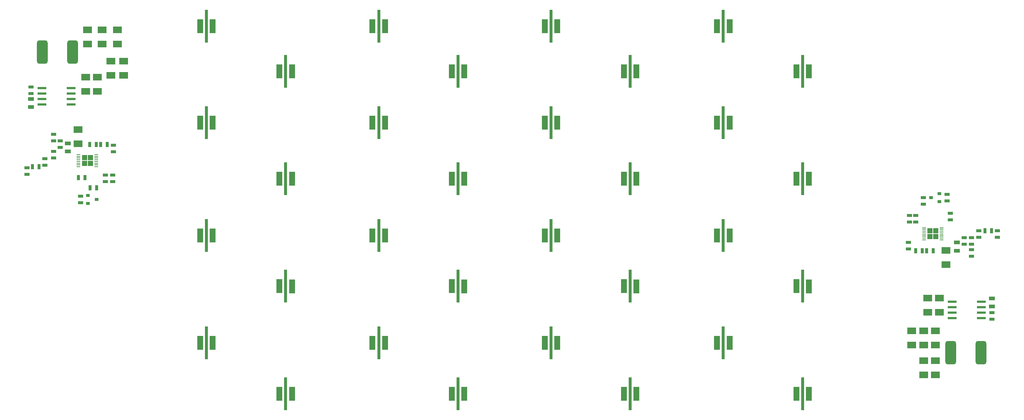
<source format=gbr>
%TF.GenerationSoftware,KiCad,Pcbnew,6.0.6-3a73a75311~116~ubuntu20.04.1*%
%TF.CreationDate,2022-07-12T22:33:22+02:00*%
%TF.ProjectId,LEDBoard_template,4c454442-6f61-4726-945f-74656d706c61,rev?*%
%TF.SameCoordinates,Original*%
%TF.FileFunction,Paste,Top*%
%TF.FilePolarity,Positive*%
%FSLAX46Y46*%
G04 Gerber Fmt 4.6, Leading zero omitted, Abs format (unit mm)*
G04 Created by KiCad (PCBNEW 6.0.6-3a73a75311~116~ubuntu20.04.1) date 2022-07-12 22:33:22*
%MOMM*%
%LPD*%
G01*
G04 APERTURE LIST*
G04 Aperture macros list*
%AMRoundRect*
0 Rectangle with rounded corners*
0 $1 Rounding radius*
0 $2 $3 $4 $5 $6 $7 $8 $9 X,Y pos of 4 corners*
0 Add a 4 corners polygon primitive as box body*
4,1,4,$2,$3,$4,$5,$6,$7,$8,$9,$2,$3,0*
0 Add four circle primitives for the rounded corners*
1,1,$1+$1,$2,$3*
1,1,$1+$1,$4,$5*
1,1,$1+$1,$6,$7*
1,1,$1+$1,$8,$9*
0 Add four rect primitives between the rounded corners*
20,1,$1+$1,$2,$3,$4,$5,0*
20,1,$1+$1,$4,$5,$6,$7,0*
20,1,$1+$1,$6,$7,$8,$9,0*
20,1,$1+$1,$8,$9,$2,$3,0*%
G04 Aperture macros list end*
%ADD10R,1.400000X3.300000*%
%ADD11R,0.700000X7.600000*%
%ADD12R,2.032000X1.524000*%
%ADD13R,1.143000X0.635000*%
%ADD14RoundRect,0.637500X0.637500X2.112500X-0.637500X2.112500X-0.637500X-2.112500X0.637500X-2.112500X0*%
%ADD15R,0.635000X1.143000*%
%ADD16R,0.900000X0.800000*%
%ADD17R,0.900000X0.200000*%
%ADD18R,1.150000X1.150000*%
%ADD19R,2.000000X0.600000*%
%ADD20R,1.397000X0.889000*%
%ADD21RoundRect,0.637500X-0.637500X-2.112500X0.637500X-2.112500X0.637500X2.112500X-0.637500X2.112500X0*%
G04 APERTURE END LIST*
D10*
%TO.C,D109*%
X278650000Y-168200000D03*
X275750000Y-168180000D03*
D11*
X277200000Y-168200000D03*
%TD*%
D12*
%TO.C,C207*%
X323700000Y-193651000D03*
X323700000Y-190349000D03*
%TD*%
D13*
%TO.C,R203*%
X340800000Y-167138000D03*
X340800000Y-168662000D03*
%TD*%
D14*
%TO.C,U202*%
X337025000Y-195500000D03*
X329975000Y-195500000D03*
%TD*%
D13*
%TO.C,R214*%
X323650000Y-159388000D03*
X323650000Y-160912000D03*
%TD*%
D15*
%TO.C,R204*%
X339462000Y-167100000D03*
X337938000Y-167100000D03*
%TD*%
D10*
%TO.C,D104*%
X158650000Y-119500000D03*
X155750000Y-119480000D03*
D11*
X157200000Y-119500000D03*
%TD*%
D13*
%TO.C,R213*%
X329150000Y-158638000D03*
X329150000Y-160162000D03*
%TD*%
D10*
%TO.C,D106*%
X238650000Y-141980000D03*
X235750000Y-141960000D03*
D11*
X237200000Y-141980000D03*
%TD*%
D15*
%TO.C,R208*%
X324400000Y-171800000D03*
X325924000Y-171800000D03*
%TD*%
D12*
%TO.C,C107*%
X138000000Y-127649000D03*
X138000000Y-130951000D03*
%TD*%
D10*
%TO.C,D114*%
X238650000Y-193200000D03*
X235750000Y-193180000D03*
D11*
X237200000Y-193200000D03*
%TD*%
D13*
%TO.C,R109*%
X133750000Y-154138000D03*
X133750000Y-155662000D03*
%TD*%
D12*
%TO.C,C206*%
X326400000Y-193651000D03*
X326400000Y-190349000D03*
%TD*%
D10*
%TO.C,D107*%
X198650000Y-141980000D03*
X195750000Y-141960000D03*
D11*
X197200000Y-141980000D03*
%TD*%
D10*
%TO.C,D208*%
X294150000Y-180000000D03*
X297050000Y-180020000D03*
D11*
X295600000Y-180000000D03*
%TD*%
D13*
%TO.C,R103*%
X115500000Y-152438000D03*
X115500000Y-153962000D03*
%TD*%
D16*
%TO.C,Q101*%
X129700000Y-158850000D03*
X129700000Y-160750000D03*
X131700000Y-159800000D03*
%TD*%
D17*
%TO.C,U103*%
X127500000Y-149400000D03*
X127500000Y-149800000D03*
X127500000Y-150200000D03*
X127500000Y-150600000D03*
X127500000Y-151000000D03*
X127500000Y-151400000D03*
X127500000Y-151800000D03*
X127500000Y-152200000D03*
X131600000Y-152200000D03*
X131600000Y-151800000D03*
X131600000Y-151400000D03*
X131600000Y-151000000D03*
X131600000Y-150600000D03*
X131600000Y-150200000D03*
X131600000Y-149800000D03*
X131600000Y-149400000D03*
D18*
X130225000Y-151475000D03*
X128875000Y-150125000D03*
X128875000Y-151475000D03*
X130225000Y-150125000D03*
%TD*%
D15*
%TO.C,R113*%
X131662000Y-157100000D03*
X130138000Y-157100000D03*
%TD*%
D10*
%TO.C,D203*%
X254150000Y-205000000D03*
X257050000Y-205020000D03*
D11*
X255600000Y-205000000D03*
%TD*%
D12*
%TO.C,C211*%
X328900000Y-171649000D03*
X328900000Y-174951000D03*
%TD*%
D10*
%TO.C,D205*%
X174150000Y-180000000D03*
X177050000Y-180020000D03*
D11*
X175600000Y-180000000D03*
%TD*%
D10*
%TO.C,D113*%
X278650000Y-193200000D03*
X275750000Y-193180000D03*
D11*
X277200000Y-193200000D03*
%TD*%
D19*
%TO.C,U201*%
X337070123Y-187400122D03*
X337070123Y-186130122D03*
X337070123Y-184860122D03*
X337070123Y-183590122D03*
X330320123Y-183590122D03*
X330320123Y-184860122D03*
X330320123Y-186130122D03*
X330320123Y-187400122D03*
%TD*%
D12*
%TO.C,C201*%
X327400000Y-186051000D03*
X327400000Y-182749000D03*
%TD*%
D10*
%TO.C,D210*%
X214150000Y-155000000D03*
X217050000Y-155020000D03*
D11*
X215600000Y-155000000D03*
%TD*%
D13*
%TO.C,C204*%
X339600000Y-187662000D03*
X339600000Y-186138000D03*
%TD*%
D10*
%TO.C,D111*%
X198650000Y-168200000D03*
X195750000Y-168180000D03*
D11*
X197200000Y-168200000D03*
%TD*%
D12*
%TO.C,C202*%
X324650000Y-186051000D03*
X324650000Y-182749000D03*
%TD*%
D10*
%TO.C,D212*%
X294150000Y-155000000D03*
X297050000Y-155020000D03*
D11*
X295600000Y-155000000D03*
%TD*%
D10*
%TO.C,D112*%
X158650000Y-168200000D03*
X155750000Y-168180000D03*
D11*
X157200000Y-168200000D03*
%TD*%
D12*
%TO.C,C121*%
X127350000Y-146851000D03*
X127350000Y-143549000D03*
%TD*%
D13*
%TO.C,R202*%
X334800000Y-170262000D03*
X334800000Y-168738000D03*
%TD*%
D10*
%TO.C,D206*%
X214150000Y-180000000D03*
X217050000Y-180020000D03*
D11*
X215600000Y-180000000D03*
%TD*%
D13*
%TO.C,R206*%
X333100000Y-168738000D03*
X333100000Y-170262000D03*
%TD*%
%TO.C,R106*%
X121700000Y-150162000D03*
X121700000Y-148638000D03*
%TD*%
D10*
%TO.C,D201*%
X174150000Y-205000000D03*
X177050000Y-205020000D03*
D11*
X175600000Y-205000000D03*
%TD*%
D12*
%TO.C,C110*%
X129600000Y-123651000D03*
X129600000Y-120349000D03*
%TD*%
D13*
%TO.C,R105*%
X119700000Y-150338000D03*
X119700000Y-151862000D03*
%TD*%
D10*
%TO.C,D102*%
X238650000Y-119500000D03*
X235750000Y-119480000D03*
D11*
X237200000Y-119500000D03*
%TD*%
D20*
%TO.C,C103*%
X116500000Y-136447500D03*
X116500000Y-138352500D03*
%TD*%
D16*
%TO.C,Q201*%
X327400000Y-160350000D03*
X327400000Y-158450000D03*
X325400000Y-159400000D03*
%TD*%
D10*
%TO.C,D103*%
X198650000Y-119500000D03*
X195750000Y-119480000D03*
D11*
X197200000Y-119500000D03*
%TD*%
D15*
%TO.C,R107*%
X127438000Y-154700000D03*
X128962000Y-154700000D03*
%TD*%
D10*
%TO.C,D209*%
X174150000Y-155000000D03*
X177050000Y-155020000D03*
D11*
X175600000Y-155000000D03*
%TD*%
D17*
%TO.C,U203*%
X327900000Y-169200000D03*
X327900000Y-168800000D03*
X327900000Y-168400000D03*
X327900000Y-168000000D03*
X327900000Y-167600000D03*
X327900000Y-167200000D03*
X327900000Y-166800000D03*
X327900000Y-166400000D03*
X323800000Y-166400000D03*
X323800000Y-166800000D03*
X323800000Y-167200000D03*
X323800000Y-167600000D03*
X323800000Y-168000000D03*
X323800000Y-168400000D03*
X323800000Y-168800000D03*
X323800000Y-169200000D03*
D18*
X326525000Y-167125000D03*
X326525000Y-168475000D03*
X325175000Y-168475000D03*
X325175000Y-167125000D03*
%TD*%
D13*
%TO.C,C104*%
X116500000Y-133638000D03*
X116500000Y-135162000D03*
%TD*%
D10*
%TO.C,D207*%
X254150000Y-180000000D03*
X257050000Y-180020000D03*
D11*
X255600000Y-180000000D03*
%TD*%
D10*
%TO.C,D115*%
X198650000Y-193200000D03*
X195750000Y-193180000D03*
D11*
X197200000Y-193200000D03*
%TD*%
D10*
%TO.C,D204*%
X294150000Y-205000000D03*
X297050000Y-205020000D03*
D11*
X295600000Y-205000000D03*
%TD*%
D13*
%TO.C,R114*%
X135600000Y-148762000D03*
X135600000Y-147238000D03*
%TD*%
D12*
%TO.C,C106*%
X133000000Y-123651000D03*
X133000000Y-120349000D03*
%TD*%
D10*
%TO.C,D108*%
X158650000Y-141980000D03*
X155750000Y-141960000D03*
D11*
X157200000Y-141980000D03*
%TD*%
D13*
%TO.C,R101*%
X121700000Y-146162000D03*
X121700000Y-144638000D03*
%TD*%
%TO.C,R111*%
X135400000Y-155662000D03*
X135400000Y-154138000D03*
%TD*%
D10*
%TO.C,D116*%
X158650000Y-193200000D03*
X155750000Y-193180000D03*
D11*
X157200000Y-193200000D03*
%TD*%
D10*
%TO.C,D213*%
X174150000Y-130000000D03*
X177050000Y-130020000D03*
D11*
X175600000Y-130000000D03*
%TD*%
D13*
%TO.C,R209*%
X321900000Y-165062000D03*
X321900000Y-163538000D03*
%TD*%
D12*
%TO.C,C109*%
X136500000Y-123651000D03*
X136500000Y-120349000D03*
%TD*%
%TO.C,C101*%
X129199999Y-134651000D03*
X129199999Y-131349000D03*
%TD*%
D15*
%TO.C,R108*%
X131612000Y-147000000D03*
X130088000Y-147000000D03*
%TD*%
D20*
%TO.C,C105*%
X125000000Y-148652500D03*
X125000000Y-146747500D03*
%TD*%
D12*
%TO.C,C108*%
X135000000Y-127649000D03*
X135000000Y-130951000D03*
%TD*%
D10*
%TO.C,D211*%
X254150000Y-155000000D03*
X257050000Y-155020000D03*
D11*
X255600000Y-155000000D03*
%TD*%
D13*
%TO.C,R205*%
X336500000Y-168662000D03*
X336500000Y-167138000D03*
%TD*%
D15*
%TO.C,R104*%
X116838000Y-152200000D03*
X118362000Y-152200000D03*
%TD*%
D20*
%TO.C,C203*%
X339536500Y-184725500D03*
X339536500Y-182820500D03*
%TD*%
D13*
%TO.C,R211*%
X320400000Y-163538000D03*
X320400000Y-165062000D03*
%TD*%
%TO.C,R212*%
X320200000Y-169838000D03*
X320200000Y-171362000D03*
%TD*%
D15*
%TO.C,R110*%
X132638000Y-147000000D03*
X134162000Y-147000000D03*
%TD*%
D12*
%TO.C,C210*%
X323700000Y-197349000D03*
X323700000Y-200651000D03*
%TD*%
D10*
%TO.C,D110*%
X238650000Y-168200000D03*
X235750000Y-168180000D03*
D11*
X237200000Y-168200000D03*
%TD*%
D21*
%TO.C,U102*%
X119075000Y-125500000D03*
X126125000Y-125500000D03*
%TD*%
D10*
%TO.C,D101*%
X278650000Y-119500000D03*
X275750000Y-119480000D03*
D11*
X277200000Y-119500000D03*
%TD*%
D10*
%TO.C,D216*%
X294150000Y-130000000D03*
X297050000Y-130020000D03*
D11*
X295600000Y-130000000D03*
%TD*%
D13*
%TO.C,R207*%
X329900000Y-164562000D03*
X329900000Y-163038000D03*
%TD*%
%TO.C,R102*%
X123200000Y-146200000D03*
X123200000Y-147724000D03*
%TD*%
D10*
%TO.C,D214*%
X214150000Y-130000000D03*
X217050000Y-130020000D03*
D11*
X215600000Y-130000000D03*
%TD*%
D10*
%TO.C,D215*%
X254150000Y-130000000D03*
X257050000Y-130020000D03*
D11*
X255600000Y-130000000D03*
%TD*%
D19*
%TO.C,U101*%
X119029875Y-133899879D03*
X119029875Y-135169879D03*
X119029875Y-136439879D03*
X119029875Y-137709879D03*
X125779875Y-137709879D03*
X125779875Y-136439879D03*
X125779875Y-135169879D03*
X125779875Y-133899879D03*
%TD*%
D10*
%TO.C,D202*%
X214150000Y-205000000D03*
X217050000Y-205020000D03*
D11*
X215600000Y-205000000D03*
%TD*%
D10*
%TO.C,D105*%
X278650000Y-141980000D03*
X275750000Y-141960000D03*
D11*
X277200000Y-141980000D03*
%TD*%
D20*
%TO.C,C205*%
X331400000Y-169847500D03*
X331400000Y-171752500D03*
%TD*%
D13*
%TO.C,R201*%
X334800000Y-171538000D03*
X334800000Y-173062000D03*
%TD*%
D12*
%TO.C,C102*%
X131900000Y-134651000D03*
X131900000Y-131349000D03*
%TD*%
D13*
%TO.C,R112*%
X128000000Y-160562000D03*
X128000000Y-159038000D03*
%TD*%
D15*
%TO.C,R210*%
X323424000Y-171800000D03*
X321900000Y-171800000D03*
%TD*%
D12*
%TO.C,C208*%
X326400000Y-197349000D03*
X326400000Y-200651000D03*
%TD*%
%TO.C,C209*%
X320900000Y-193651000D03*
X320900000Y-190349000D03*
%TD*%
M02*

</source>
